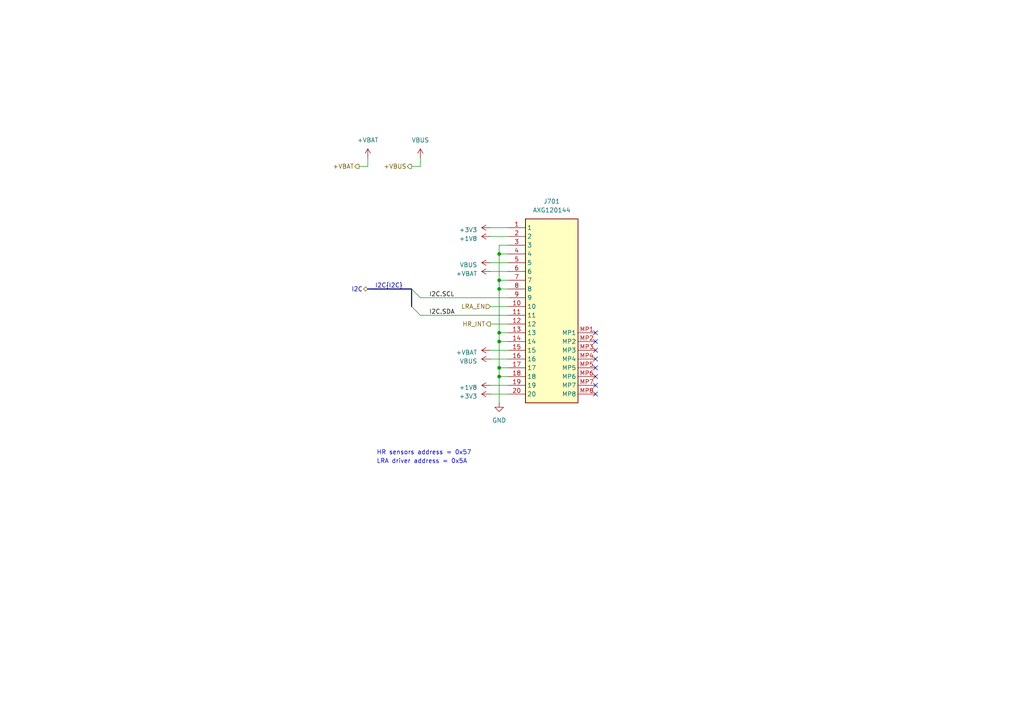
<source format=kicad_sch>
(kicad_sch (version 20231120) (generator "eeschema") (generator_version "8.0")
  (paper "A4")
  (title_block (title "Watch Daughterboard Connector") (rev "1"))
  (lib_symbols
    (symbol "AXG120144:AXG120144"
      (property "Reference" "J" (at 0 30.48 0))
      (property "Value" "AXG120144" (at 0 27.94 0))
      (symbol "AXG120144_1_1"
        (rectangle (start -7.62 25.4) (end 7.62 -27.94) (stroke (width 0.254)) (fill (type background)))
        (pin passive line (at -12.7 22.86 0) (length 5.08) (name "1") (number "1"))
        (pin passive line (at -12.7 0 0) (length 5.08) (name "10") (number "10"))
        (pin passive line (at -12.7 -2.54 0) (length 5.08) (name "11") (number "11"))
        (pin passive line (at -12.7 -5.08 0) (length 5.08) (name "12") (number "12"))
        (pin passive line (at -12.7 -7.62 0) (length 5.08) (name "13") (number "13"))
        (pin passive line (at -12.7 -10.16 0) (length 5.08) (name "14") (number "14"))
        (pin passive line (at -12.7 -12.7 0) (length 5.08) (name "15") (number "15"))
        (pin passive line (at -12.7 -15.24 0) (length 5.08) (name "16") (number "16"))
        (pin passive line (at -12.7 -17.78 0) (length 5.08) (name "17") (number "17"))
        (pin passive line (at -12.7 -20.32 0) (length 5.08) (name "18") (number "18"))
        (pin passive line (at -12.7 -22.86 0) (length 5.08) (name "19") (number "19"))
        (pin passive line (at -12.7 20.32 0) (length 5.08) (name "2") (number "2"))
        (pin passive line (at -12.7 -25.4 0) (length 5.08) (name "20") (number "20"))
        (pin passive line (at -12.7 17.78 0) (length 5.08) (name "3") (number "3"))
        (pin passive line (at -12.7 15.24 0) (length 5.08) (name "4") (number "4"))
        (pin passive line (at -12.7 12.7 0) (length 5.08) (name "5") (number "5"))
        (pin passive line (at -12.7 10.16 0) (length 5.08) (name "6") (number "6"))
        (pin passive line (at -12.7 7.62 0) (length 5.08) (name "7") (number "7"))
        (pin passive line (at -12.7 5.08 0) (length 5.08) (name "8") (number "8"))
        (pin passive line (at -12.7 2.54 0) (length 5.08) (name "9") (number "9"))
        (pin passive line (at 12.7 -7.62 180) (length 5.08) (name "MP1") (number "MP1"))
        (pin passive line (at 12.7 -10.16 180) (length 5.08) (name "MP2") (number "MP2"))
        (pin passive line (at 12.7 -12.7 180) (length 5.08) (name "MP3") (number "MP3"))
        (pin passive line (at 12.7 -15.24 180) (length 5.08) (name "MP4") (number "MP4"))
        (pin passive line (at 12.7 -17.78 180) (length 5.08) (name "MP5") (number "MP5"))
        (pin passive line (at 12.7 -20.32 180) (length 5.08) (name "MP6") (number "MP6"))
        (pin passive line (at 12.7 -22.86 180) (length 5.08) (name "MP7") (number "MP7"))
        (pin passive line (at 12.7 -25.4 180) (length 5.08) (name "MP8") (number "MP8"))
      )
    )
    (symbol "power:+1V8" (power) (pin_numbers hide) (pin_names (offset 0) hide)
      (property "Value" "+1V8" (at 0 3.556 0))
      (symbol "+1V8_0_1"
        (polyline (pts (xy -0.762 1.27) (xy 0 2.54)))
        (polyline (pts (xy 0 0) (xy 0 2.54)))
        (polyline (pts (xy 0 2.54) (xy 0.762 1.27)))
      )
      (symbol "+1V8_1_1"
        (pin power_in line (at 0 0 90) (length 0) (name "~") (number "1"))
      )
    )
    (symbol "power:+3V3" (power) (pin_numbers hide) (pin_names (offset 0) hide)
      (property "Value" "+3V3" (at 0 3.556 0))
      (symbol "+3V3_0_1"
        (polyline (pts (xy -0.762 1.27) (xy 0 2.54)))
        (polyline (pts (xy 0 0) (xy 0 2.54)))
        (polyline (pts (xy 0 2.54) (xy 0.762 1.27)))
      )
      (symbol "+3V3_1_1"
        (pin power_in line (at 0 0 90) (length 0) (name "~") (number "1"))
      )
    )
    (symbol "power:GND" (power) (pin_numbers hide) (pin_names (offset 0) hide)
      (property "Value" "GND" (at 0 -3.81 0))
      (symbol "GND_0_1"
        (polyline (pts (xy 0 0) (xy 0 -1.27) (xy 1.27 -1.27) (xy 0 -2.54) (xy -1.27 -1.27) (xy 0 -1.27)))
      )
      (symbol "GND_1_1"
        (pin power_in line (at 0 0 270) (length 0) (name "~") (number "1"))
      )
    )
    (symbol "power:VBUS" (power) (pin_numbers hide) (pin_names (offset 0) hide)
      (property "Value" "VBUS" (at 0 3.556 0))
      (symbol "VBUS_0_1"
        (polyline (pts (xy -0.762 1.27) (xy 0 2.54)))
        (polyline (pts (xy 0 0) (xy 0 2.54)))
        (polyline (pts (xy 0 2.54) (xy 0.762 1.27)))
      )
      (symbol "VBUS_1_1"
        (pin power_in line (at 0 0 90) (length 0) (name "~") (number "1"))
      )
    )
    (symbol "watch_symbols_lib:+VBAT" (power) (pin_names (offset 0))
      (property "Value" "+VBAT" (at 0 3.556 0))
      (symbol "+VBAT_0_1"
        (polyline (pts (xy -0.762 1.27) (xy 0 2.54)))
        (polyline (pts (xy 0 0) (xy 0 2.54)))
        (polyline (pts (xy 0 2.54) (xy 0.762 1.27)))
      )
      (symbol "+VBAT_1_1"
        (pin power_in line (at 0 0 90) (length 0) hide (name "+VBAT") (number "1"))
      )
    )
  )
  (junction (at 144.78 99.06))
  (junction (at 144.78 96.52))
  (junction (at 144.78 81.28))
  (junction (at 144.78 106.68))
  (junction (at 144.78 73.66))
  (junction (at 144.78 83.82))
  (junction (at 144.78 109.22))
  (no_connect (at 172.72 114.3))
  (no_connect (at 172.72 99.06))
  (no_connect (at 172.72 96.52))
  (no_connect (at 172.72 104.14))
  (no_connect (at 172.72 106.68))
  (no_connect (at 172.72 101.6))
  (no_connect (at 172.72 111.76))
  (no_connect (at 172.72 109.22))
  (bus_entry (at 119.38 83.82) (size 2.54 2.54))
  (bus_entry (at 119.38 88.9) (size 2.54 2.54))
  (bus (pts (xy 119.38 83.82) (xy 106.68 83.82)))
  (wire (pts (xy 142.24 114.3) (xy 147.32 114.3)))
  (wire (pts (xy 147.32 71.12) (xy 144.78 71.12)))
  (wire (pts (xy 104.14 48.26) (xy 106.68 48.26)))
  (wire (pts (xy 142.24 88.9) (xy 147.32 88.9)))
  (wire (pts (xy 142.24 66.04) (xy 147.32 66.04)))
  (wire (pts (xy 142.24 101.6) (xy 147.32 101.6)))
  (wire (pts (xy 144.78 71.12) (xy 144.78 73.66)))
  (wire (pts (xy 144.78 83.82) (xy 147.32 83.82)))
  (wire (pts (xy 144.78 81.28) (xy 147.32 81.28)))
  (wire (pts (xy 144.78 81.28) (xy 144.78 83.82)))
  (wire (pts (xy 147.32 96.52) (xy 144.78 96.52)))
  (wire (pts (xy 142.24 78.74) (xy 147.32 78.74)))
  (wire (pts (xy 147.32 99.06) (xy 144.78 99.06)))
  (wire (pts (xy 144.78 96.52) (xy 144.78 99.06)))
  (wire (pts (xy 119.38 48.26) (xy 121.92 48.26)))
  (wire (pts (xy 144.78 99.06) (xy 144.78 106.68)))
  (wire (pts (xy 142.24 93.98) (xy 147.32 93.98)))
  (wire (pts (xy 147.32 106.68) (xy 144.78 106.68)))
  (wire (pts (xy 144.78 106.68) (xy 144.78 109.22)))
  (wire (pts (xy 144.78 109.22) (xy 147.32 109.22)))
  (wire (pts (xy 144.78 83.82) (xy 144.78 96.52)))
  (wire (pts (xy 106.68 48.26) (xy 106.68 45.72)))
  (bus (pts (xy 119.38 83.82) (xy 119.38 88.9)))
  (wire (pts (xy 142.24 104.14) (xy 147.32 104.14)))
  (wire (pts (xy 144.78 73.66) (xy 147.32 73.66)))
  (wire (pts (xy 121.92 91.44) (xy 147.32 91.44)))
  (wire (pts (xy 142.24 111.76) (xy 147.32 111.76)))
  (wire (pts (xy 147.32 68.58) (xy 142.24 68.58)))
  (wire (pts (xy 121.92 48.26) (xy 121.92 45.72)))
  (wire (pts (xy 142.24 76.2) (xy 147.32 76.2)))
  (wire (pts (xy 121.92 86.36) (xy 147.32 86.36)))
  (wire (pts (xy 144.78 73.66) (xy 144.78 81.28)))
  (wire (pts (xy 144.78 116.84) (xy 144.78 109.22)))
  (text "HR sensors address = 0x57" (at 109.22 132.08 0) (effects (font (size 1.27 1.27)) (justify left bottom)))
  (text "LRA driver address = 0x5A" (at 109.22 134.62 0) (effects (font (size 1.27 1.27)) (justify left bottom)))
  (label "I2C.SDA" (at 124.46 91.44 0))
  (label "I2C{I2C}" (at 116.84 83.82 180))
  (label "I2C.SCL" (at 124.46 86.36 0))
  (hierarchical_label "LRA_EN" (shape input) (at 142.24 88.9 180))
  (hierarchical_label "I2C" (shape bidirectional) (at 106.68 83.82 180) (property "DSI" "DSI" (effects (hide yes))))
  (hierarchical_label "+VBUS" (shape output) (at 119.38 48.26 180))
  (hierarchical_label "HR_INT" (shape output) (at 142.24 93.98 180))
  (hierarchical_label "+VBAT" (shape output) (at 104.14 48.26 180))
  (symbol (lib_id "power:+1V8") (at 142.24 68.58 90) (unit 1)
    (property "Reference" "#PWR0706" (effects (hide yes)))
    (property "Value" "+1V8" (at 138.43 69.215 90) (effects (justify left)))
    (property "Description" "Power symbol creates a global label with name \"+1V8\"" (effects (hide yes)))
  )
  (symbol (lib_id "watch_symbols_lib:+VBAT") (at 106.68 45.72 0) (unit 1)
    (property "Reference" "#PWR0703" (effects (hide yes)))
    (property "Value" "+VBAT" (at 106.68 40.64 0))
    (property "Description" "Power symbol creates a global label with name \"+VBAT\"" (effects (hide yes)))
  )
  (symbol (lib_id "watch_symbols_lib:+VBAT") (at 142.24 78.74 90) (unit 1)
    (property "Reference" "#PWR0708" (effects (hide yes)))
    (property "Value" "+VBAT" (at 138.43 79.375 90) (effects (justify left)))
    (property "Description" "Power symbol creates a global label with name \"+VBAT\"" (effects (hide yes)))
  )
  (symbol (lib_id "power:GND") (at 144.78 116.84 0) (unit 1)
    (property "Reference" "#PWR0713" (effects (hide yes)))
    (property "Value" "GND" (at 144.78 121.92 0))
    (property "Description" "Power symbol creates a global label with name \"GND\" , ground" (effects (hide yes)))
  )
  (symbol (lib_id "power:VBUS") (at 121.92 45.72 0) (unit 1)
    (property "Reference" "#PWR0704" (effects (hide yes)))
    (property "Value" "VBUS" (at 121.92 40.64 0))
    (property "Description" "Power symbol creates a global label with name \"VBUS\"" (effects (hide yes)))
  )
  (symbol (lib_id "power:VBUS") (at 142.24 76.2 90) (unit 1)
    (property "Reference" "#PWR0707" (effects (hide yes)))
    (property "Value" "VBUS" (at 138.43 76.835 90) (effects (justify left)))
    (property "Description" "Power symbol creates a global label with name \"VBUS\"" (effects (hide yes)))
  )
  (symbol (lib_id "power:+3V3") (at 142.24 114.3 90) (unit 1)
    (property "Reference" "#PWR0712" (effects (hide yes)))
    (property "Value" "+3V3" (at 138.43 114.935 90) (effects (justify left)))
    (property "Description" "Power symbol creates a global label with name \"+3V3\"" (effects (hide yes)))
  )
  (symbol (lib_id "power:+1V8") (at 142.24 111.76 90) (unit 1)
    (property "Reference" "#PWR0711" (effects (hide yes)))
    (property "Value" "+1V8" (at 138.43 112.395 90) (effects (justify left)))
    (property "Description" "Power symbol creates a global label with name \"+1V8\"" (effects (hide yes)))
  )
  (symbol (lib_id "AXG120144:AXG120144") (at 160.02 88.9 0) (unit 1)
    (property "Reference" "J701" (at 160.02 58.42 0))
    (property "Value" "AXG120144" (at 160.02 60.96 0))
    (property "Footprint" "watch_footprints:AXG120144" (effects (hide yes)))
    (property "Datasheet" "https://www3.panasonic.biz/ac/e_download/control/connector/base-fpc/catalog/con_eng_s35.pdf?f_cd=401984&via=ok" (effects (hide yes)))
    (property "Description" "Board to Board & Mezzanine Connectors 20 Pin Socket P=0.35mm H=0.6mm" (effects (hide yes)))
    (property "Height" "0.79" (effects (hide yes)))
    (property "Manufacturer_Name" "Panasonic" (effects (hide yes)))
    (property "Manufacturer_Part_Number" "AXG120144" (effects (hide yes)))
    (property "Mouser Part Number" "769-AXG120144" (effects (hide yes)))
    (property "Mouser Price/Stock" "https://www.mouser.co.uk/ProductDetail/Panasonic-Industrial-Devices/AXG120144?qs=MNIFWdyJgbqXw6rsxlm2Ww%3D%3D" (effects (hide yes)))
    (property "Arrow Part Number" "AXG120144" (effects (hide yes)))
    (property "Arrow Price/Stock" "https://www.arrow.com/en/products/axg120144/panasonic?region=nac" (effects (hide yes)))
  )
  (symbol (lib_id "watch_symbols_lib:+VBAT") (at 142.24 101.6 90) (unit 1)
    (property "Reference" "#PWR0709" (effects (hide yes)))
    (property "Value" "+VBAT" (at 138.43 102.235 90) (effects (justify left)))
    (property "Description" "Power symbol creates a global label with name \"+VBAT\"" (effects (hide yes)))
  )
  (symbol (lib_id "power:+3V3") (at 142.24 66.04 90) (unit 1)
    (property "Reference" "#PWR0705" (effects (hide yes)))
    (property "Value" "+3V3" (at 138.43 66.675 90) (effects (justify left)))
    (property "Description" "Power symbol creates a global label with name \"+3V3\"" (effects (hide yes)))
  )
  (symbol (lib_id "power:VBUS") (at 142.24 104.14 90) (unit 1)
    (property "Reference" "#PWR0710" (effects (hide yes)))
    (property "Value" "VBUS" (at 138.43 104.775 90) (effects (justify left)))
    (property "Description" "Power symbol creates a global label with name \"VBUS\"" (effects (hide yes)))
  )
)
</source>
